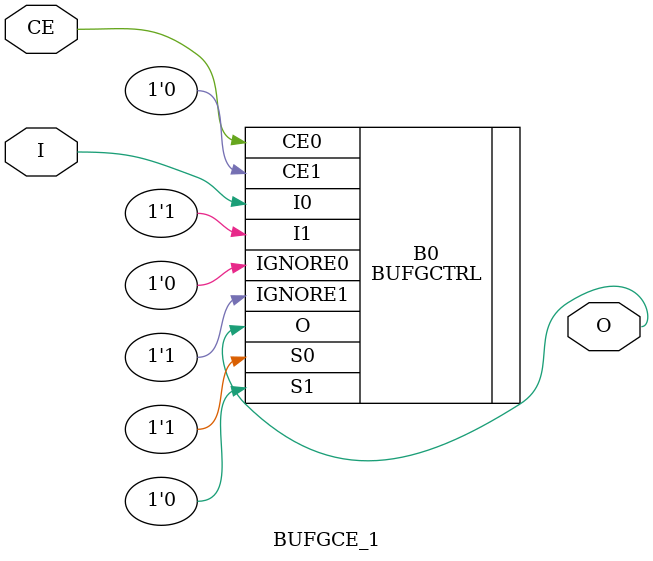
<source format=v>

`timescale  1 ps / 1 ps

module BUFGCE_1 (O, CE, I);

    output O;

    input  CE, I;

    wire   NCE;
    

BUFGCTRL #(.INIT_OUT(1'b1), .PRESELECT_I0("TRUE"), .PRESELECT_I1("FALSE")) B0 (.O(O), .CE0(CE), .CE1(1'b0), .I0(I), .I1(1'b1), .IGNORE0(1'b0), .IGNORE1(1'b1), .S0(1'b1), .S1(1'b0));

endmodule

</source>
